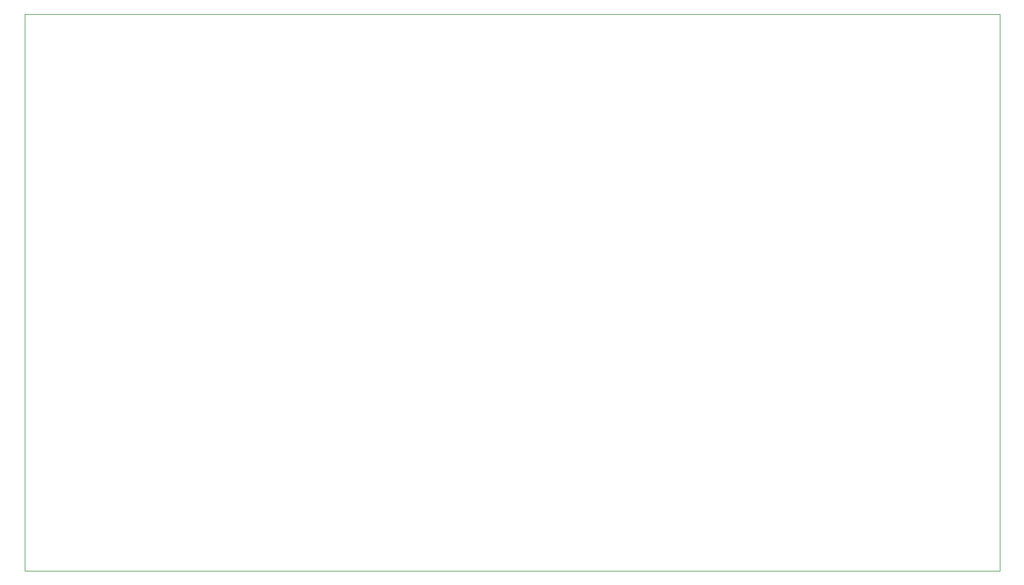
<source format=gbr>
G04 #@! TF.FileFunction,Drawing*
%FSLAX46Y46*%
G04 Gerber Fmt 4.6, Leading zero omitted, Abs format (unit mm)*
G04 Created by KiCad (PCBNEW 0.201509061501+6161~29~ubuntu14.04.1-product) date Mon 14 Sep 2015 05:33:44 PM EDT*
%MOMM*%
G01*
G04 APERTURE LIST*
%ADD10C,0.100000*%
G04 APERTURE END LIST*
D10*
X13537200Y-94520000D02*
X153537200Y-94520000D01*
X13537200Y-14520000D02*
X13537200Y-94520000D01*
X153537200Y-14520000D02*
X13537200Y-14520000D01*
X153537200Y-94520000D02*
X153537200Y-14520000D01*
M02*

</source>
